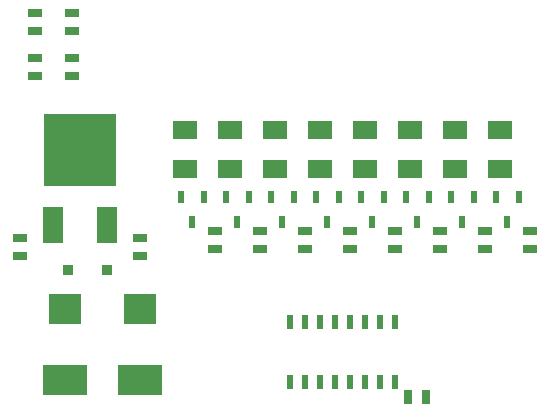
<source format=gtp>
G04 (created by PCBNEW (2013-may-18)-stable) date Wed 29 Jan 2014 10:34:26 PM CET*
%MOIN*%
G04 Gerber Fmt 3.4, Leading zero omitted, Abs format*
%FSLAX34Y34*%
G01*
G70*
G90*
G04 APERTURE LIST*
%ADD10C,0.00590551*%
%ADD11R,0.1063X0.1004*%
%ADD12R,0.1496X0.1004*%
%ADD13R,0.0236X0.0394*%
%ADD14R,0.0335X0.0335*%
%ADD15R,0.02X0.045*%
%ADD16R,0.08X0.06*%
%ADD17R,0.045X0.025*%
%ADD18R,0.025X0.045*%
%ADD19R,0.065X0.12*%
%ADD20R,0.24X0.24*%
G04 APERTURE END LIST*
G54D10*
G54D11*
X44000Y-23819D03*
G54D12*
X44000Y-26181D03*
G54D13*
X47625Y-20084D03*
X47250Y-20916D03*
X46875Y-20084D03*
X56625Y-20084D03*
X56250Y-20916D03*
X55875Y-20084D03*
X49125Y-20084D03*
X48750Y-20916D03*
X48375Y-20084D03*
X55125Y-20084D03*
X54750Y-20916D03*
X54375Y-20084D03*
X46125Y-20084D03*
X45750Y-20916D03*
X45375Y-20084D03*
X53625Y-20084D03*
X53250Y-20916D03*
X52875Y-20084D03*
X52125Y-20084D03*
X51750Y-20916D03*
X51375Y-20084D03*
X50625Y-20084D03*
X50250Y-20916D03*
X49875Y-20084D03*
G54D14*
X41591Y-22500D03*
X42909Y-22500D03*
G54D15*
X52500Y-24250D03*
X52000Y-24250D03*
X51500Y-24250D03*
X51000Y-24250D03*
X50500Y-24250D03*
X50000Y-24250D03*
X49500Y-24250D03*
X49000Y-24250D03*
X49000Y-26250D03*
X49500Y-26250D03*
X50000Y-26250D03*
X50500Y-26250D03*
X51000Y-26250D03*
X51500Y-26250D03*
X52000Y-26250D03*
X52500Y-26250D03*
G54D16*
X51500Y-19150D03*
X51500Y-17850D03*
X48500Y-19150D03*
X48500Y-17850D03*
X50000Y-19150D03*
X50000Y-17850D03*
X47000Y-19150D03*
X47000Y-17850D03*
X53000Y-19150D03*
X53000Y-17850D03*
X54500Y-19150D03*
X54500Y-17850D03*
X56000Y-19150D03*
X56000Y-17850D03*
X45500Y-19150D03*
X45500Y-17850D03*
G54D17*
X41750Y-16050D03*
X41750Y-15450D03*
X57000Y-21200D03*
X57000Y-21800D03*
X40000Y-21450D03*
X40000Y-22050D03*
X55500Y-21200D03*
X55500Y-21800D03*
X54000Y-21200D03*
X54000Y-21800D03*
X52500Y-21200D03*
X52500Y-21800D03*
X41750Y-14550D03*
X41750Y-13950D03*
X40500Y-16050D03*
X40500Y-15450D03*
X51000Y-21200D03*
X51000Y-21800D03*
X40500Y-14550D03*
X40500Y-13950D03*
G54D18*
X52950Y-26750D03*
X53550Y-26750D03*
G54D17*
X49500Y-21200D03*
X49500Y-21800D03*
X46500Y-21200D03*
X46500Y-21800D03*
X48000Y-21200D03*
X48000Y-21800D03*
G54D19*
X41100Y-21000D03*
G54D20*
X42000Y-18500D03*
G54D19*
X42900Y-21000D03*
G54D11*
X41500Y-23819D03*
G54D12*
X41500Y-26181D03*
G54D17*
X44000Y-21450D03*
X44000Y-22050D03*
M02*

</source>
